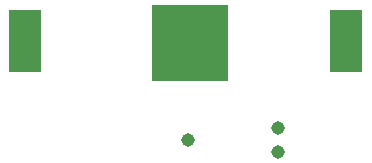
<source format=gbs>
G04*
G04 #@! TF.GenerationSoftware,Altium Limited,Altium Designer,25.4.2 (15)*
G04*
G04 Layer_Color=16711935*
%FSTAX24Y24*%
%MOIN*%
G70*
G04*
G04 #@! TF.SameCoordinates,F4185BB4-0936-4B88-B031-81E5C399A6D0*
G04*
G04*
G04 #@! TF.FilePolarity,Negative*
G04*
G01*
G75*
%ADD40C,0.0450*%
%ADD49R,0.1104X0.2080*%
%ADD50R,0.2580X0.2580*%
D40*
X03792Y02766D02*
D03*
X04092Y02806D02*
D03*
Y02726D02*
D03*
D49*
X0432Y03097D02*
D03*
X0325D02*
D03*
D50*
X038Y03091D02*
D03*
M02*

</source>
